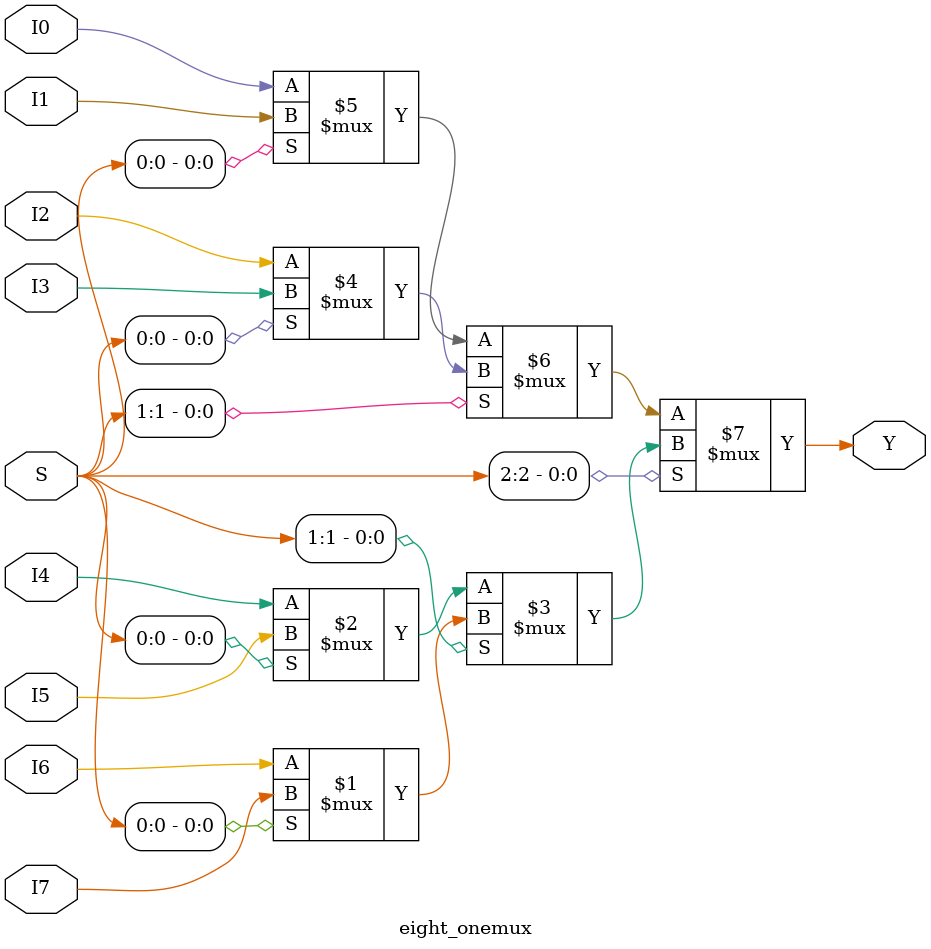
<source format=v>
`timescale 1ns / 1ps


module eight_onemux(
output Y,
input I0,
input I1,
input I2,
input I3,
input I4,
input I5,
input I6,
input I7,
input [2:0]S);
assign Y=S[2]?(S[1]?(S[0]?I7:I6):(S[0]?I5:I4)):(S[1]?(S[0]?I3:I2):(S[0]?I1:I0));
endmodule


</source>
